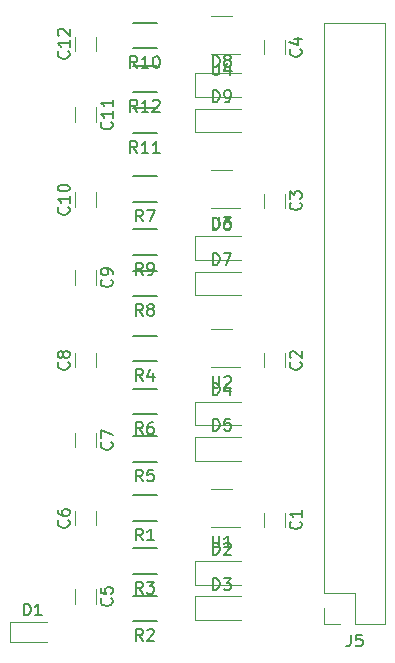
<source format=gbr>
G04 #@! TF.GenerationSoftware,KiCad,Pcbnew,5.0.2-bee76a0~70~ubuntu18.10.1*
G04 #@! TF.CreationDate,2019-03-01T08:09:35-06:00*
G04 #@! TF.ProjectId,PiKwonDoHAT,50694b77-6f6e-4446-9f48-41542e6b6963,rev?*
G04 #@! TF.SameCoordinates,PX6bc3e40PY4524320*
G04 #@! TF.FileFunction,Legend,Top*
G04 #@! TF.FilePolarity,Positive*
%FSLAX46Y46*%
G04 Gerber Fmt 4.6, Leading zero omitted, Abs format (unit mm)*
G04 Created by KiCad (PCBNEW 5.0.2-bee76a0~70~ubuntu18.10.1) date Fri 01 Mar 2019 08:09:35 AM CST*
%MOMM*%
%LPD*%
G01*
G04 APERTURE LIST*
%ADD10C,0.120000*%
%ADD11C,0.150000*%
G04 APERTURE END LIST*
D10*
G04 #@! TO.C,U3*
X-13600000Y-15890000D02*
X-15400000Y-15890000D01*
X-15400000Y-19110000D02*
X-12950000Y-19110000D01*
D11*
G04 #@! TO.C,R8*
X-22000000Y-24425000D02*
X-20000000Y-24425000D01*
X-20000000Y-26575000D02*
X-22000000Y-26575000D01*
D10*
G04 #@! TO.C,C10*
X-26910000Y-19002064D02*
X-26910000Y-17797936D01*
X-25090000Y-19002064D02*
X-25090000Y-17797936D01*
D11*
G04 #@! TO.C,R7*
X-22000000Y-16425000D02*
X-20000000Y-16425000D01*
X-20000000Y-18575000D02*
X-22000000Y-18575000D01*
D10*
G04 #@! TO.C,C9*
X-26910000Y-24397936D02*
X-26910000Y-25602064D01*
X-25090000Y-24397936D02*
X-25090000Y-25602064D01*
G04 #@! TO.C,D7*
X-16750000Y-24500000D02*
X-16750000Y-26500000D01*
X-16750000Y-26500000D02*
X-12850000Y-26500000D01*
X-16750000Y-24500000D02*
X-12850000Y-24500000D01*
G04 #@! TO.C,D6*
X-16750000Y-21500000D02*
X-12850000Y-21500000D01*
X-16750000Y-23500000D02*
X-12850000Y-23500000D01*
X-16750000Y-21500000D02*
X-16750000Y-23500000D01*
D11*
G04 #@! TO.C,R9*
X-22000000Y-20925000D02*
X-20000000Y-20925000D01*
X-20000000Y-23075000D02*
X-22000000Y-23075000D01*
D10*
G04 #@! TO.C,J5*
X-630000Y-54330000D02*
X-3230000Y-54330000D01*
X-630000Y-54330000D02*
X-630000Y-3410000D01*
X-630000Y-3410000D02*
X-5830000Y-3410000D01*
X-5830000Y-51730000D02*
X-5830000Y-3410000D01*
X-3230000Y-51730000D02*
X-5830000Y-51730000D01*
X-3230000Y-54330000D02*
X-3230000Y-51730000D01*
X-5830000Y-54330000D02*
X-5830000Y-53000000D01*
X-4500000Y-54330000D02*
X-5830000Y-54330000D01*
G04 #@! TO.C,D8*
X-16750000Y-7700000D02*
X-12850000Y-7700000D01*
X-16750000Y-9700000D02*
X-12850000Y-9700000D01*
X-16750000Y-7700000D02*
X-16750000Y-9700000D01*
G04 #@! TO.C,D2*
X-16750000Y-49000000D02*
X-12850000Y-49000000D01*
X-16750000Y-51000000D02*
X-12850000Y-51000000D01*
X-16750000Y-49000000D02*
X-16750000Y-51000000D01*
G04 #@! TO.C,D3*
X-16750000Y-52000000D02*
X-16750000Y-54000000D01*
X-16750000Y-54000000D02*
X-12850000Y-54000000D01*
X-16750000Y-52000000D02*
X-12850000Y-52000000D01*
G04 #@! TO.C,D4*
X-16750000Y-35500000D02*
X-12850000Y-35500000D01*
X-16750000Y-37500000D02*
X-12850000Y-37500000D01*
X-16750000Y-35500000D02*
X-16750000Y-37500000D01*
G04 #@! TO.C,D9*
X-16750000Y-10700000D02*
X-16750000Y-12700000D01*
X-16750000Y-12700000D02*
X-12850000Y-12700000D01*
X-16750000Y-10700000D02*
X-12850000Y-10700000D01*
G04 #@! TO.C,D5*
X-16750000Y-38500000D02*
X-16750000Y-40500000D01*
X-16750000Y-40500000D02*
X-12850000Y-40500000D01*
X-16750000Y-38500000D02*
X-12850000Y-38500000D01*
G04 #@! TO.C,C1*
X-10910000Y-44897936D02*
X-10910000Y-46102064D01*
X-9090000Y-44897936D02*
X-9090000Y-46102064D01*
G04 #@! TO.C,C2*
X-9090000Y-31397936D02*
X-9090000Y-32602064D01*
X-10910000Y-31397936D02*
X-10910000Y-32602064D01*
G04 #@! TO.C,C3*
X-10910000Y-17897936D02*
X-10910000Y-19102064D01*
X-9090000Y-17897936D02*
X-9090000Y-19102064D01*
G04 #@! TO.C,C4*
X-9090000Y-4897936D02*
X-9090000Y-6102064D01*
X-10910000Y-4897936D02*
X-10910000Y-6102064D01*
G04 #@! TO.C,C5*
X-26910000Y-51397936D02*
X-26910000Y-52602064D01*
X-25090000Y-51397936D02*
X-25090000Y-52602064D01*
G04 #@! TO.C,C6*
X-26910000Y-45981064D02*
X-26910000Y-44776936D01*
X-25090000Y-45981064D02*
X-25090000Y-44776936D01*
G04 #@! TO.C,C7*
X-26910000Y-38172936D02*
X-26910000Y-39377064D01*
X-25090000Y-38172936D02*
X-25090000Y-39377064D01*
G04 #@! TO.C,C8*
X-26910000Y-32602064D02*
X-26910000Y-31397936D01*
X-25090000Y-32602064D02*
X-25090000Y-31397936D01*
G04 #@! TO.C,C11*
X-26910000Y-10597936D02*
X-26910000Y-11802064D01*
X-25090000Y-10597936D02*
X-25090000Y-11802064D01*
G04 #@! TO.C,C12*
X-26910000Y-5802064D02*
X-26910000Y-4597936D01*
X-25090000Y-5802064D02*
X-25090000Y-4597936D01*
D11*
G04 #@! TO.C,R3*
X-22000000Y-47925000D02*
X-20000000Y-47925000D01*
X-20000000Y-50075000D02*
X-22000000Y-50075000D01*
G04 #@! TO.C,R6*
X-22000000Y-34425000D02*
X-20000000Y-34425000D01*
X-20000000Y-36575000D02*
X-22000000Y-36575000D01*
G04 #@! TO.C,R12*
X-22000000Y-7125000D02*
X-20000000Y-7125000D01*
X-20000000Y-9275000D02*
X-22000000Y-9275000D01*
G04 #@! TO.C,R2*
X-22000000Y-51925000D02*
X-20000000Y-51925000D01*
X-20000000Y-54075000D02*
X-22000000Y-54075000D01*
G04 #@! TO.C,R5*
X-22000000Y-38425000D02*
X-20000000Y-38425000D01*
X-20000000Y-40575000D02*
X-22000000Y-40575000D01*
G04 #@! TO.C,R11*
X-22000000Y-10625000D02*
X-20000000Y-10625000D01*
X-20000000Y-12775000D02*
X-22000000Y-12775000D01*
G04 #@! TO.C,R1*
X-22000000Y-43425000D02*
X-20000000Y-43425000D01*
X-20000000Y-45575000D02*
X-22000000Y-45575000D01*
G04 #@! TO.C,R4*
X-22000000Y-29925000D02*
X-20000000Y-29925000D01*
X-20000000Y-32075000D02*
X-22000000Y-32075000D01*
G04 #@! TO.C,R10*
X-22000000Y-3425000D02*
X-20000000Y-3425000D01*
X-20000000Y-5575000D02*
X-22000000Y-5575000D01*
D10*
G04 #@! TO.C,U1*
X-13600000Y-42890000D02*
X-15400000Y-42890000D01*
X-15400000Y-46110000D02*
X-12950000Y-46110000D01*
G04 #@! TO.C,U4*
X-13600000Y-2890000D02*
X-15400000Y-2890000D01*
X-15400000Y-6110000D02*
X-12950000Y-6110000D01*
G04 #@! TO.C,U2*
X-13600000Y-29390000D02*
X-15400000Y-29390000D01*
X-15400000Y-32610000D02*
X-12950000Y-32610000D01*
G04 #@! TO.C,D1*
X-32400000Y-54150000D02*
X-32400000Y-55850000D01*
X-32400000Y-55850000D02*
X-29250000Y-55850000D01*
X-32400000Y-54150000D02*
X-29250000Y-54150000D01*
G04 #@! TO.C,U3*
D11*
X-15261905Y-19852380D02*
X-15261905Y-20661904D01*
X-15214286Y-20757142D01*
X-15166667Y-20804761D01*
X-15071429Y-20852380D01*
X-14880953Y-20852380D01*
X-14785715Y-20804761D01*
X-14738096Y-20757142D01*
X-14690477Y-20661904D01*
X-14690477Y-19852380D01*
X-14309524Y-19852380D02*
X-13690477Y-19852380D01*
X-14023810Y-20233333D01*
X-13880953Y-20233333D01*
X-13785715Y-20280952D01*
X-13738096Y-20328571D01*
X-13690477Y-20423809D01*
X-13690477Y-20661904D01*
X-13738096Y-20757142D01*
X-13785715Y-20804761D01*
X-13880953Y-20852380D01*
X-14166667Y-20852380D01*
X-14261905Y-20804761D01*
X-14309524Y-20757142D01*
G04 #@! TO.C,R8*
X-21166667Y-28252380D02*
X-21500000Y-27776190D01*
X-21738096Y-28252380D02*
X-21738096Y-27252380D01*
X-21357143Y-27252380D01*
X-21261905Y-27300000D01*
X-21214286Y-27347619D01*
X-21166667Y-27442857D01*
X-21166667Y-27585714D01*
X-21214286Y-27680952D01*
X-21261905Y-27728571D01*
X-21357143Y-27776190D01*
X-21738096Y-27776190D01*
X-20595239Y-27680952D02*
X-20690477Y-27633333D01*
X-20738096Y-27585714D01*
X-20785715Y-27490476D01*
X-20785715Y-27442857D01*
X-20738096Y-27347619D01*
X-20690477Y-27300000D01*
X-20595239Y-27252380D01*
X-20404762Y-27252380D01*
X-20309524Y-27300000D01*
X-20261905Y-27347619D01*
X-20214286Y-27442857D01*
X-20214286Y-27490476D01*
X-20261905Y-27585714D01*
X-20309524Y-27633333D01*
X-20404762Y-27680952D01*
X-20595239Y-27680952D01*
X-20690477Y-27728571D01*
X-20738096Y-27776190D01*
X-20785715Y-27871428D01*
X-20785715Y-28061904D01*
X-20738096Y-28157142D01*
X-20690477Y-28204761D01*
X-20595239Y-28252380D01*
X-20404762Y-28252380D01*
X-20309524Y-28204761D01*
X-20261905Y-28157142D01*
X-20214286Y-28061904D01*
X-20214286Y-27871428D01*
X-20261905Y-27776190D01*
X-20309524Y-27728571D01*
X-20404762Y-27680952D01*
G04 #@! TO.C,C10*
X-27462858Y-19042857D02*
X-27415239Y-19090476D01*
X-27367620Y-19233333D01*
X-27367620Y-19328571D01*
X-27415239Y-19471428D01*
X-27510477Y-19566666D01*
X-27605715Y-19614285D01*
X-27796191Y-19661904D01*
X-27939048Y-19661904D01*
X-28129524Y-19614285D01*
X-28224762Y-19566666D01*
X-28320000Y-19471428D01*
X-28367620Y-19328571D01*
X-28367620Y-19233333D01*
X-28320000Y-19090476D01*
X-28272381Y-19042857D01*
X-27367620Y-18090476D02*
X-27367620Y-18661904D01*
X-27367620Y-18376190D02*
X-28367620Y-18376190D01*
X-28224762Y-18471428D01*
X-28129524Y-18566666D01*
X-28081905Y-18661904D01*
X-28367620Y-17471428D02*
X-28367620Y-17376190D01*
X-28320000Y-17280952D01*
X-28272381Y-17233333D01*
X-28177143Y-17185714D01*
X-27986667Y-17138095D01*
X-27748572Y-17138095D01*
X-27558096Y-17185714D01*
X-27462858Y-17233333D01*
X-27415239Y-17280952D01*
X-27367620Y-17376190D01*
X-27367620Y-17471428D01*
X-27415239Y-17566666D01*
X-27462858Y-17614285D01*
X-27558096Y-17661904D01*
X-27748572Y-17709523D01*
X-27986667Y-17709523D01*
X-28177143Y-17661904D01*
X-28272381Y-17614285D01*
X-28320000Y-17566666D01*
X-28367620Y-17471428D01*
G04 #@! TO.C,R7*
X-21166667Y-20252380D02*
X-21500000Y-19776190D01*
X-21738096Y-20252380D02*
X-21738096Y-19252380D01*
X-21357143Y-19252380D01*
X-21261905Y-19300000D01*
X-21214286Y-19347619D01*
X-21166667Y-19442857D01*
X-21166667Y-19585714D01*
X-21214286Y-19680952D01*
X-21261905Y-19728571D01*
X-21357143Y-19776190D01*
X-21738096Y-19776190D01*
X-20833334Y-19252380D02*
X-20166667Y-19252380D01*
X-20595239Y-20252380D01*
G04 #@! TO.C,C9*
X-23822858Y-25166666D02*
X-23775239Y-25214285D01*
X-23727620Y-25357142D01*
X-23727620Y-25452380D01*
X-23775239Y-25595238D01*
X-23870477Y-25690476D01*
X-23965715Y-25738095D01*
X-24156191Y-25785714D01*
X-24299048Y-25785714D01*
X-24489524Y-25738095D01*
X-24584762Y-25690476D01*
X-24680000Y-25595238D01*
X-24727620Y-25452380D01*
X-24727620Y-25357142D01*
X-24680000Y-25214285D01*
X-24632381Y-25166666D01*
X-23727620Y-24690476D02*
X-23727620Y-24500000D01*
X-23775239Y-24404761D01*
X-23822858Y-24357142D01*
X-23965715Y-24261904D01*
X-24156191Y-24214285D01*
X-24537143Y-24214285D01*
X-24632381Y-24261904D01*
X-24680000Y-24309523D01*
X-24727620Y-24404761D01*
X-24727620Y-24595238D01*
X-24680000Y-24690476D01*
X-24632381Y-24738095D01*
X-24537143Y-24785714D01*
X-24299048Y-24785714D01*
X-24203810Y-24738095D01*
X-24156191Y-24690476D01*
X-24108572Y-24595238D01*
X-24108572Y-24404761D01*
X-24156191Y-24309523D01*
X-24203810Y-24261904D01*
X-24299048Y-24214285D01*
G04 #@! TO.C,D7*
X-15238096Y-23952380D02*
X-15238096Y-22952380D01*
X-15000000Y-22952380D01*
X-14857143Y-23000000D01*
X-14761905Y-23095238D01*
X-14714286Y-23190476D01*
X-14666667Y-23380952D01*
X-14666667Y-23523809D01*
X-14714286Y-23714285D01*
X-14761905Y-23809523D01*
X-14857143Y-23904761D01*
X-15000000Y-23952380D01*
X-15238096Y-23952380D01*
X-14333334Y-22952380D02*
X-13666667Y-22952380D01*
X-14095239Y-23952380D01*
G04 #@! TO.C,D6*
X-15238096Y-20952380D02*
X-15238096Y-19952380D01*
X-15000000Y-19952380D01*
X-14857143Y-20000000D01*
X-14761905Y-20095238D01*
X-14714286Y-20190476D01*
X-14666667Y-20380952D01*
X-14666667Y-20523809D01*
X-14714286Y-20714285D01*
X-14761905Y-20809523D01*
X-14857143Y-20904761D01*
X-15000000Y-20952380D01*
X-15238096Y-20952380D01*
X-13809524Y-19952380D02*
X-14000000Y-19952380D01*
X-14095239Y-20000000D01*
X-14142858Y-20047619D01*
X-14238096Y-20190476D01*
X-14285715Y-20380952D01*
X-14285715Y-20761904D01*
X-14238096Y-20857142D01*
X-14190477Y-20904761D01*
X-14095239Y-20952380D01*
X-13904762Y-20952380D01*
X-13809524Y-20904761D01*
X-13761905Y-20857142D01*
X-13714286Y-20761904D01*
X-13714286Y-20523809D01*
X-13761905Y-20428571D01*
X-13809524Y-20380952D01*
X-13904762Y-20333333D01*
X-14095239Y-20333333D01*
X-14190477Y-20380952D01*
X-14238096Y-20428571D01*
X-14285715Y-20523809D01*
G04 #@! TO.C,R9*
X-21166667Y-24752380D02*
X-21500000Y-24276190D01*
X-21738096Y-24752380D02*
X-21738096Y-23752380D01*
X-21357143Y-23752380D01*
X-21261905Y-23800000D01*
X-21214286Y-23847619D01*
X-21166667Y-23942857D01*
X-21166667Y-24085714D01*
X-21214286Y-24180952D01*
X-21261905Y-24228571D01*
X-21357143Y-24276190D01*
X-21738096Y-24276190D01*
X-20690477Y-24752380D02*
X-20500000Y-24752380D01*
X-20404762Y-24704761D01*
X-20357143Y-24657142D01*
X-20261905Y-24514285D01*
X-20214286Y-24323809D01*
X-20214286Y-23942857D01*
X-20261905Y-23847619D01*
X-20309524Y-23800000D01*
X-20404762Y-23752380D01*
X-20595239Y-23752380D01*
X-20690477Y-23800000D01*
X-20738096Y-23847619D01*
X-20785715Y-23942857D01*
X-20785715Y-24180952D01*
X-20738096Y-24276190D01*
X-20690477Y-24323809D01*
X-20595239Y-24371428D01*
X-20404762Y-24371428D01*
X-20309524Y-24323809D01*
X-20261905Y-24276190D01*
X-20214286Y-24180952D01*
G04 #@! TO.C,J5*
X-3563334Y-55222380D02*
X-3563334Y-55936666D01*
X-3610953Y-56079523D01*
X-3706191Y-56174761D01*
X-3849048Y-56222380D01*
X-3944286Y-56222380D01*
X-2610953Y-55222380D02*
X-3087143Y-55222380D01*
X-3134762Y-55698571D01*
X-3087143Y-55650952D01*
X-2991905Y-55603333D01*
X-2753810Y-55603333D01*
X-2658572Y-55650952D01*
X-2610953Y-55698571D01*
X-2563334Y-55793809D01*
X-2563334Y-56031904D01*
X-2610953Y-56127142D01*
X-2658572Y-56174761D01*
X-2753810Y-56222380D01*
X-2991905Y-56222380D01*
X-3087143Y-56174761D01*
X-3134762Y-56127142D01*
G04 #@! TO.C,D8*
X-15238096Y-7152380D02*
X-15238096Y-6152380D01*
X-15000000Y-6152380D01*
X-14857143Y-6200000D01*
X-14761905Y-6295238D01*
X-14714286Y-6390476D01*
X-14666667Y-6580952D01*
X-14666667Y-6723809D01*
X-14714286Y-6914285D01*
X-14761905Y-7009523D01*
X-14857143Y-7104761D01*
X-15000000Y-7152380D01*
X-15238096Y-7152380D01*
X-14095239Y-6580952D02*
X-14190477Y-6533333D01*
X-14238096Y-6485714D01*
X-14285715Y-6390476D01*
X-14285715Y-6342857D01*
X-14238096Y-6247619D01*
X-14190477Y-6200000D01*
X-14095239Y-6152380D01*
X-13904762Y-6152380D01*
X-13809524Y-6200000D01*
X-13761905Y-6247619D01*
X-13714286Y-6342857D01*
X-13714286Y-6390476D01*
X-13761905Y-6485714D01*
X-13809524Y-6533333D01*
X-13904762Y-6580952D01*
X-14095239Y-6580952D01*
X-14190477Y-6628571D01*
X-14238096Y-6676190D01*
X-14285715Y-6771428D01*
X-14285715Y-6961904D01*
X-14238096Y-7057142D01*
X-14190477Y-7104761D01*
X-14095239Y-7152380D01*
X-13904762Y-7152380D01*
X-13809524Y-7104761D01*
X-13761905Y-7057142D01*
X-13714286Y-6961904D01*
X-13714286Y-6771428D01*
X-13761905Y-6676190D01*
X-13809524Y-6628571D01*
X-13904762Y-6580952D01*
G04 #@! TO.C,D2*
X-15238096Y-48452380D02*
X-15238096Y-47452380D01*
X-15000000Y-47452380D01*
X-14857143Y-47500000D01*
X-14761905Y-47595238D01*
X-14714286Y-47690476D01*
X-14666667Y-47880952D01*
X-14666667Y-48023809D01*
X-14714286Y-48214285D01*
X-14761905Y-48309523D01*
X-14857143Y-48404761D01*
X-15000000Y-48452380D01*
X-15238096Y-48452380D01*
X-14285715Y-47547619D02*
X-14238096Y-47500000D01*
X-14142858Y-47452380D01*
X-13904762Y-47452380D01*
X-13809524Y-47500000D01*
X-13761905Y-47547619D01*
X-13714286Y-47642857D01*
X-13714286Y-47738095D01*
X-13761905Y-47880952D01*
X-14333334Y-48452380D01*
X-13714286Y-48452380D01*
G04 #@! TO.C,D3*
X-15238096Y-51452380D02*
X-15238096Y-50452380D01*
X-15000000Y-50452380D01*
X-14857143Y-50500000D01*
X-14761905Y-50595238D01*
X-14714286Y-50690476D01*
X-14666667Y-50880952D01*
X-14666667Y-51023809D01*
X-14714286Y-51214285D01*
X-14761905Y-51309523D01*
X-14857143Y-51404761D01*
X-15000000Y-51452380D01*
X-15238096Y-51452380D01*
X-14333334Y-50452380D02*
X-13714286Y-50452380D01*
X-14047620Y-50833333D01*
X-13904762Y-50833333D01*
X-13809524Y-50880952D01*
X-13761905Y-50928571D01*
X-13714286Y-51023809D01*
X-13714286Y-51261904D01*
X-13761905Y-51357142D01*
X-13809524Y-51404761D01*
X-13904762Y-51452380D01*
X-14190477Y-51452380D01*
X-14285715Y-51404761D01*
X-14333334Y-51357142D01*
G04 #@! TO.C,D4*
X-15238096Y-34952380D02*
X-15238096Y-33952380D01*
X-15000000Y-33952380D01*
X-14857143Y-34000000D01*
X-14761905Y-34095238D01*
X-14714286Y-34190476D01*
X-14666667Y-34380952D01*
X-14666667Y-34523809D01*
X-14714286Y-34714285D01*
X-14761905Y-34809523D01*
X-14857143Y-34904761D01*
X-15000000Y-34952380D01*
X-15238096Y-34952380D01*
X-13809524Y-34285714D02*
X-13809524Y-34952380D01*
X-14047620Y-33904761D02*
X-14285715Y-34619047D01*
X-13666667Y-34619047D01*
G04 #@! TO.C,D9*
X-15238096Y-10152380D02*
X-15238096Y-9152380D01*
X-15000000Y-9152380D01*
X-14857143Y-9200000D01*
X-14761905Y-9295238D01*
X-14714286Y-9390476D01*
X-14666667Y-9580952D01*
X-14666667Y-9723809D01*
X-14714286Y-9914285D01*
X-14761905Y-10009523D01*
X-14857143Y-10104761D01*
X-15000000Y-10152380D01*
X-15238096Y-10152380D01*
X-14190477Y-10152380D02*
X-14000000Y-10152380D01*
X-13904762Y-10104761D01*
X-13857143Y-10057142D01*
X-13761905Y-9914285D01*
X-13714286Y-9723809D01*
X-13714286Y-9342857D01*
X-13761905Y-9247619D01*
X-13809524Y-9200000D01*
X-13904762Y-9152380D01*
X-14095239Y-9152380D01*
X-14190477Y-9200000D01*
X-14238096Y-9247619D01*
X-14285715Y-9342857D01*
X-14285715Y-9580952D01*
X-14238096Y-9676190D01*
X-14190477Y-9723809D01*
X-14095239Y-9771428D01*
X-13904762Y-9771428D01*
X-13809524Y-9723809D01*
X-13761905Y-9676190D01*
X-13714286Y-9580952D01*
G04 #@! TO.C,D5*
X-15238096Y-37952380D02*
X-15238096Y-36952380D01*
X-15000000Y-36952380D01*
X-14857143Y-37000000D01*
X-14761905Y-37095238D01*
X-14714286Y-37190476D01*
X-14666667Y-37380952D01*
X-14666667Y-37523809D01*
X-14714286Y-37714285D01*
X-14761905Y-37809523D01*
X-14857143Y-37904761D01*
X-15000000Y-37952380D01*
X-15238096Y-37952380D01*
X-13761905Y-36952380D02*
X-14238096Y-36952380D01*
X-14285715Y-37428571D01*
X-14238096Y-37380952D01*
X-14142858Y-37333333D01*
X-13904762Y-37333333D01*
X-13809524Y-37380952D01*
X-13761905Y-37428571D01*
X-13714286Y-37523809D01*
X-13714286Y-37761904D01*
X-13761905Y-37857142D01*
X-13809524Y-37904761D01*
X-13904762Y-37952380D01*
X-14142858Y-37952380D01*
X-14238096Y-37904761D01*
X-14285715Y-37857142D01*
G04 #@! TO.C,C1*
X-7822858Y-45666666D02*
X-7775239Y-45714285D01*
X-7727620Y-45857142D01*
X-7727620Y-45952380D01*
X-7775239Y-46095238D01*
X-7870477Y-46190476D01*
X-7965715Y-46238095D01*
X-8156191Y-46285714D01*
X-8299048Y-46285714D01*
X-8489524Y-46238095D01*
X-8584762Y-46190476D01*
X-8680000Y-46095238D01*
X-8727620Y-45952380D01*
X-8727620Y-45857142D01*
X-8680000Y-45714285D01*
X-8632381Y-45666666D01*
X-7727620Y-44714285D02*
X-7727620Y-45285714D01*
X-7727620Y-45000000D02*
X-8727620Y-45000000D01*
X-8584762Y-45095238D01*
X-8489524Y-45190476D01*
X-8441905Y-45285714D01*
G04 #@! TO.C,C2*
X-7822858Y-32166666D02*
X-7775239Y-32214285D01*
X-7727620Y-32357142D01*
X-7727620Y-32452380D01*
X-7775239Y-32595238D01*
X-7870477Y-32690476D01*
X-7965715Y-32738095D01*
X-8156191Y-32785714D01*
X-8299048Y-32785714D01*
X-8489524Y-32738095D01*
X-8584762Y-32690476D01*
X-8680000Y-32595238D01*
X-8727620Y-32452380D01*
X-8727620Y-32357142D01*
X-8680000Y-32214285D01*
X-8632381Y-32166666D01*
X-8632381Y-31785714D02*
X-8680000Y-31738095D01*
X-8727620Y-31642857D01*
X-8727620Y-31404761D01*
X-8680000Y-31309523D01*
X-8632381Y-31261904D01*
X-8537143Y-31214285D01*
X-8441905Y-31214285D01*
X-8299048Y-31261904D01*
X-7727620Y-31833333D01*
X-7727620Y-31214285D01*
G04 #@! TO.C,C3*
X-7822858Y-18666666D02*
X-7775239Y-18714285D01*
X-7727620Y-18857142D01*
X-7727620Y-18952380D01*
X-7775239Y-19095238D01*
X-7870477Y-19190476D01*
X-7965715Y-19238095D01*
X-8156191Y-19285714D01*
X-8299048Y-19285714D01*
X-8489524Y-19238095D01*
X-8584762Y-19190476D01*
X-8680000Y-19095238D01*
X-8727620Y-18952380D01*
X-8727620Y-18857142D01*
X-8680000Y-18714285D01*
X-8632381Y-18666666D01*
X-8727620Y-18333333D02*
X-8727620Y-17714285D01*
X-8346667Y-18047619D01*
X-8346667Y-17904761D01*
X-8299048Y-17809523D01*
X-8251429Y-17761904D01*
X-8156191Y-17714285D01*
X-7918096Y-17714285D01*
X-7822858Y-17761904D01*
X-7775239Y-17809523D01*
X-7727620Y-17904761D01*
X-7727620Y-18190476D01*
X-7775239Y-18285714D01*
X-7822858Y-18333333D01*
G04 #@! TO.C,C4*
X-7822858Y-5666666D02*
X-7775239Y-5714285D01*
X-7727620Y-5857142D01*
X-7727620Y-5952380D01*
X-7775239Y-6095238D01*
X-7870477Y-6190476D01*
X-7965715Y-6238095D01*
X-8156191Y-6285714D01*
X-8299048Y-6285714D01*
X-8489524Y-6238095D01*
X-8584762Y-6190476D01*
X-8680000Y-6095238D01*
X-8727620Y-5952380D01*
X-8727620Y-5857142D01*
X-8680000Y-5714285D01*
X-8632381Y-5666666D01*
X-8394286Y-4809523D02*
X-7727620Y-4809523D01*
X-8775239Y-5047619D02*
X-8060953Y-5285714D01*
X-8060953Y-4666666D01*
G04 #@! TO.C,C5*
X-23822858Y-52166666D02*
X-23775239Y-52214285D01*
X-23727620Y-52357142D01*
X-23727620Y-52452380D01*
X-23775239Y-52595238D01*
X-23870477Y-52690476D01*
X-23965715Y-52738095D01*
X-24156191Y-52785714D01*
X-24299048Y-52785714D01*
X-24489524Y-52738095D01*
X-24584762Y-52690476D01*
X-24680000Y-52595238D01*
X-24727620Y-52452380D01*
X-24727620Y-52357142D01*
X-24680000Y-52214285D01*
X-24632381Y-52166666D01*
X-24727620Y-51261904D02*
X-24727620Y-51738095D01*
X-24251429Y-51785714D01*
X-24299048Y-51738095D01*
X-24346667Y-51642857D01*
X-24346667Y-51404761D01*
X-24299048Y-51309523D01*
X-24251429Y-51261904D01*
X-24156191Y-51214285D01*
X-23918096Y-51214285D01*
X-23822858Y-51261904D01*
X-23775239Y-51309523D01*
X-23727620Y-51404761D01*
X-23727620Y-51642857D01*
X-23775239Y-51738095D01*
X-23822858Y-51785714D01*
G04 #@! TO.C,C6*
X-27462858Y-45545666D02*
X-27415239Y-45593285D01*
X-27367620Y-45736142D01*
X-27367620Y-45831380D01*
X-27415239Y-45974238D01*
X-27510477Y-46069476D01*
X-27605715Y-46117095D01*
X-27796191Y-46164714D01*
X-27939048Y-46164714D01*
X-28129524Y-46117095D01*
X-28224762Y-46069476D01*
X-28320000Y-45974238D01*
X-28367620Y-45831380D01*
X-28367620Y-45736142D01*
X-28320000Y-45593285D01*
X-28272381Y-45545666D01*
X-28367620Y-44688523D02*
X-28367620Y-44879000D01*
X-28320000Y-44974238D01*
X-28272381Y-45021857D01*
X-28129524Y-45117095D01*
X-27939048Y-45164714D01*
X-27558096Y-45164714D01*
X-27462858Y-45117095D01*
X-27415239Y-45069476D01*
X-27367620Y-44974238D01*
X-27367620Y-44783761D01*
X-27415239Y-44688523D01*
X-27462858Y-44640904D01*
X-27558096Y-44593285D01*
X-27796191Y-44593285D01*
X-27891429Y-44640904D01*
X-27939048Y-44688523D01*
X-27986667Y-44783761D01*
X-27986667Y-44974238D01*
X-27939048Y-45069476D01*
X-27891429Y-45117095D01*
X-27796191Y-45164714D01*
G04 #@! TO.C,C7*
X-23822858Y-38941666D02*
X-23775239Y-38989285D01*
X-23727620Y-39132142D01*
X-23727620Y-39227380D01*
X-23775239Y-39370238D01*
X-23870477Y-39465476D01*
X-23965715Y-39513095D01*
X-24156191Y-39560714D01*
X-24299048Y-39560714D01*
X-24489524Y-39513095D01*
X-24584762Y-39465476D01*
X-24680000Y-39370238D01*
X-24727620Y-39227380D01*
X-24727620Y-39132142D01*
X-24680000Y-38989285D01*
X-24632381Y-38941666D01*
X-24727620Y-38608333D02*
X-24727620Y-37941666D01*
X-23727620Y-38370238D01*
G04 #@! TO.C,C8*
X-27462858Y-32166666D02*
X-27415239Y-32214285D01*
X-27367620Y-32357142D01*
X-27367620Y-32452380D01*
X-27415239Y-32595238D01*
X-27510477Y-32690476D01*
X-27605715Y-32738095D01*
X-27796191Y-32785714D01*
X-27939048Y-32785714D01*
X-28129524Y-32738095D01*
X-28224762Y-32690476D01*
X-28320000Y-32595238D01*
X-28367620Y-32452380D01*
X-28367620Y-32357142D01*
X-28320000Y-32214285D01*
X-28272381Y-32166666D01*
X-27939048Y-31595238D02*
X-27986667Y-31690476D01*
X-28034286Y-31738095D01*
X-28129524Y-31785714D01*
X-28177143Y-31785714D01*
X-28272381Y-31738095D01*
X-28320000Y-31690476D01*
X-28367620Y-31595238D01*
X-28367620Y-31404761D01*
X-28320000Y-31309523D01*
X-28272381Y-31261904D01*
X-28177143Y-31214285D01*
X-28129524Y-31214285D01*
X-28034286Y-31261904D01*
X-27986667Y-31309523D01*
X-27939048Y-31404761D01*
X-27939048Y-31595238D01*
X-27891429Y-31690476D01*
X-27843810Y-31738095D01*
X-27748572Y-31785714D01*
X-27558096Y-31785714D01*
X-27462858Y-31738095D01*
X-27415239Y-31690476D01*
X-27367620Y-31595238D01*
X-27367620Y-31404761D01*
X-27415239Y-31309523D01*
X-27462858Y-31261904D01*
X-27558096Y-31214285D01*
X-27748572Y-31214285D01*
X-27843810Y-31261904D01*
X-27891429Y-31309523D01*
X-27939048Y-31404761D01*
G04 #@! TO.C,C11*
X-23822858Y-11842857D02*
X-23775239Y-11890476D01*
X-23727620Y-12033333D01*
X-23727620Y-12128571D01*
X-23775239Y-12271428D01*
X-23870477Y-12366666D01*
X-23965715Y-12414285D01*
X-24156191Y-12461904D01*
X-24299048Y-12461904D01*
X-24489524Y-12414285D01*
X-24584762Y-12366666D01*
X-24680000Y-12271428D01*
X-24727620Y-12128571D01*
X-24727620Y-12033333D01*
X-24680000Y-11890476D01*
X-24632381Y-11842857D01*
X-23727620Y-10890476D02*
X-23727620Y-11461904D01*
X-23727620Y-11176190D02*
X-24727620Y-11176190D01*
X-24584762Y-11271428D01*
X-24489524Y-11366666D01*
X-24441905Y-11461904D01*
X-23727620Y-9938095D02*
X-23727620Y-10509523D01*
X-23727620Y-10223809D02*
X-24727620Y-10223809D01*
X-24584762Y-10319047D01*
X-24489524Y-10414285D01*
X-24441905Y-10509523D01*
G04 #@! TO.C,C12*
X-27462858Y-5842857D02*
X-27415239Y-5890476D01*
X-27367620Y-6033333D01*
X-27367620Y-6128571D01*
X-27415239Y-6271428D01*
X-27510477Y-6366666D01*
X-27605715Y-6414285D01*
X-27796191Y-6461904D01*
X-27939048Y-6461904D01*
X-28129524Y-6414285D01*
X-28224762Y-6366666D01*
X-28320000Y-6271428D01*
X-28367620Y-6128571D01*
X-28367620Y-6033333D01*
X-28320000Y-5890476D01*
X-28272381Y-5842857D01*
X-27367620Y-4890476D02*
X-27367620Y-5461904D01*
X-27367620Y-5176190D02*
X-28367620Y-5176190D01*
X-28224762Y-5271428D01*
X-28129524Y-5366666D01*
X-28081905Y-5461904D01*
X-28272381Y-4509523D02*
X-28320000Y-4461904D01*
X-28367620Y-4366666D01*
X-28367620Y-4128571D01*
X-28320000Y-4033333D01*
X-28272381Y-3985714D01*
X-28177143Y-3938095D01*
X-28081905Y-3938095D01*
X-27939048Y-3985714D01*
X-27367620Y-4557142D01*
X-27367620Y-3938095D01*
G04 #@! TO.C,R3*
X-21166667Y-51752380D02*
X-21500000Y-51276190D01*
X-21738096Y-51752380D02*
X-21738096Y-50752380D01*
X-21357143Y-50752380D01*
X-21261905Y-50800000D01*
X-21214286Y-50847619D01*
X-21166667Y-50942857D01*
X-21166667Y-51085714D01*
X-21214286Y-51180952D01*
X-21261905Y-51228571D01*
X-21357143Y-51276190D01*
X-21738096Y-51276190D01*
X-20833334Y-50752380D02*
X-20214286Y-50752380D01*
X-20547620Y-51133333D01*
X-20404762Y-51133333D01*
X-20309524Y-51180952D01*
X-20261905Y-51228571D01*
X-20214286Y-51323809D01*
X-20214286Y-51561904D01*
X-20261905Y-51657142D01*
X-20309524Y-51704761D01*
X-20404762Y-51752380D01*
X-20690477Y-51752380D01*
X-20785715Y-51704761D01*
X-20833334Y-51657142D01*
G04 #@! TO.C,R6*
X-21166667Y-38252380D02*
X-21500000Y-37776190D01*
X-21738096Y-38252380D02*
X-21738096Y-37252380D01*
X-21357143Y-37252380D01*
X-21261905Y-37300000D01*
X-21214286Y-37347619D01*
X-21166667Y-37442857D01*
X-21166667Y-37585714D01*
X-21214286Y-37680952D01*
X-21261905Y-37728571D01*
X-21357143Y-37776190D01*
X-21738096Y-37776190D01*
X-20309524Y-37252380D02*
X-20500000Y-37252380D01*
X-20595239Y-37300000D01*
X-20642858Y-37347619D01*
X-20738096Y-37490476D01*
X-20785715Y-37680952D01*
X-20785715Y-38061904D01*
X-20738096Y-38157142D01*
X-20690477Y-38204761D01*
X-20595239Y-38252380D01*
X-20404762Y-38252380D01*
X-20309524Y-38204761D01*
X-20261905Y-38157142D01*
X-20214286Y-38061904D01*
X-20214286Y-37823809D01*
X-20261905Y-37728571D01*
X-20309524Y-37680952D01*
X-20404762Y-37633333D01*
X-20595239Y-37633333D01*
X-20690477Y-37680952D01*
X-20738096Y-37728571D01*
X-20785715Y-37823809D01*
G04 #@! TO.C,R12*
X-21642858Y-10952380D02*
X-21976191Y-10476190D01*
X-22214286Y-10952380D02*
X-22214286Y-9952380D01*
X-21833334Y-9952380D01*
X-21738096Y-10000000D01*
X-21690477Y-10047619D01*
X-21642858Y-10142857D01*
X-21642858Y-10285714D01*
X-21690477Y-10380952D01*
X-21738096Y-10428571D01*
X-21833334Y-10476190D01*
X-22214286Y-10476190D01*
X-20690477Y-10952380D02*
X-21261905Y-10952380D01*
X-20976191Y-10952380D02*
X-20976191Y-9952380D01*
X-21071429Y-10095238D01*
X-21166667Y-10190476D01*
X-21261905Y-10238095D01*
X-20309524Y-10047619D02*
X-20261905Y-10000000D01*
X-20166667Y-9952380D01*
X-19928572Y-9952380D01*
X-19833334Y-10000000D01*
X-19785715Y-10047619D01*
X-19738096Y-10142857D01*
X-19738096Y-10238095D01*
X-19785715Y-10380952D01*
X-20357143Y-10952380D01*
X-19738096Y-10952380D01*
G04 #@! TO.C,R2*
X-21166667Y-55752380D02*
X-21500000Y-55276190D01*
X-21738096Y-55752380D02*
X-21738096Y-54752380D01*
X-21357143Y-54752380D01*
X-21261905Y-54800000D01*
X-21214286Y-54847619D01*
X-21166667Y-54942857D01*
X-21166667Y-55085714D01*
X-21214286Y-55180952D01*
X-21261905Y-55228571D01*
X-21357143Y-55276190D01*
X-21738096Y-55276190D01*
X-20785715Y-54847619D02*
X-20738096Y-54800000D01*
X-20642858Y-54752380D01*
X-20404762Y-54752380D01*
X-20309524Y-54800000D01*
X-20261905Y-54847619D01*
X-20214286Y-54942857D01*
X-20214286Y-55038095D01*
X-20261905Y-55180952D01*
X-20833334Y-55752380D01*
X-20214286Y-55752380D01*
G04 #@! TO.C,R5*
X-21166667Y-42252380D02*
X-21500000Y-41776190D01*
X-21738096Y-42252380D02*
X-21738096Y-41252380D01*
X-21357143Y-41252380D01*
X-21261905Y-41300000D01*
X-21214286Y-41347619D01*
X-21166667Y-41442857D01*
X-21166667Y-41585714D01*
X-21214286Y-41680952D01*
X-21261905Y-41728571D01*
X-21357143Y-41776190D01*
X-21738096Y-41776190D01*
X-20261905Y-41252380D02*
X-20738096Y-41252380D01*
X-20785715Y-41728571D01*
X-20738096Y-41680952D01*
X-20642858Y-41633333D01*
X-20404762Y-41633333D01*
X-20309524Y-41680952D01*
X-20261905Y-41728571D01*
X-20214286Y-41823809D01*
X-20214286Y-42061904D01*
X-20261905Y-42157142D01*
X-20309524Y-42204761D01*
X-20404762Y-42252380D01*
X-20642858Y-42252380D01*
X-20738096Y-42204761D01*
X-20785715Y-42157142D01*
G04 #@! TO.C,R11*
X-21642858Y-14452380D02*
X-21976191Y-13976190D01*
X-22214286Y-14452380D02*
X-22214286Y-13452380D01*
X-21833334Y-13452380D01*
X-21738096Y-13500000D01*
X-21690477Y-13547619D01*
X-21642858Y-13642857D01*
X-21642858Y-13785714D01*
X-21690477Y-13880952D01*
X-21738096Y-13928571D01*
X-21833334Y-13976190D01*
X-22214286Y-13976190D01*
X-20690477Y-14452380D02*
X-21261905Y-14452380D01*
X-20976191Y-14452380D02*
X-20976191Y-13452380D01*
X-21071429Y-13595238D01*
X-21166667Y-13690476D01*
X-21261905Y-13738095D01*
X-19738096Y-14452380D02*
X-20309524Y-14452380D01*
X-20023810Y-14452380D02*
X-20023810Y-13452380D01*
X-20119048Y-13595238D01*
X-20214286Y-13690476D01*
X-20309524Y-13738095D01*
G04 #@! TO.C,R1*
X-21166667Y-47252380D02*
X-21500000Y-46776190D01*
X-21738096Y-47252380D02*
X-21738096Y-46252380D01*
X-21357143Y-46252380D01*
X-21261905Y-46300000D01*
X-21214286Y-46347619D01*
X-21166667Y-46442857D01*
X-21166667Y-46585714D01*
X-21214286Y-46680952D01*
X-21261905Y-46728571D01*
X-21357143Y-46776190D01*
X-21738096Y-46776190D01*
X-20214286Y-47252380D02*
X-20785715Y-47252380D01*
X-20500000Y-47252380D02*
X-20500000Y-46252380D01*
X-20595239Y-46395238D01*
X-20690477Y-46490476D01*
X-20785715Y-46538095D01*
G04 #@! TO.C,R4*
X-21166667Y-33752380D02*
X-21500000Y-33276190D01*
X-21738096Y-33752380D02*
X-21738096Y-32752380D01*
X-21357143Y-32752380D01*
X-21261905Y-32800000D01*
X-21214286Y-32847619D01*
X-21166667Y-32942857D01*
X-21166667Y-33085714D01*
X-21214286Y-33180952D01*
X-21261905Y-33228571D01*
X-21357143Y-33276190D01*
X-21738096Y-33276190D01*
X-20309524Y-33085714D02*
X-20309524Y-33752380D01*
X-20547620Y-32704761D02*
X-20785715Y-33419047D01*
X-20166667Y-33419047D01*
G04 #@! TO.C,R10*
X-21642858Y-7252380D02*
X-21976191Y-6776190D01*
X-22214286Y-7252380D02*
X-22214286Y-6252380D01*
X-21833334Y-6252380D01*
X-21738096Y-6300000D01*
X-21690477Y-6347619D01*
X-21642858Y-6442857D01*
X-21642858Y-6585714D01*
X-21690477Y-6680952D01*
X-21738096Y-6728571D01*
X-21833334Y-6776190D01*
X-22214286Y-6776190D01*
X-20690477Y-7252380D02*
X-21261905Y-7252380D01*
X-20976191Y-7252380D02*
X-20976191Y-6252380D01*
X-21071429Y-6395238D01*
X-21166667Y-6490476D01*
X-21261905Y-6538095D01*
X-20071429Y-6252380D02*
X-19976191Y-6252380D01*
X-19880953Y-6300000D01*
X-19833334Y-6347619D01*
X-19785715Y-6442857D01*
X-19738096Y-6633333D01*
X-19738096Y-6871428D01*
X-19785715Y-7061904D01*
X-19833334Y-7157142D01*
X-19880953Y-7204761D01*
X-19976191Y-7252380D01*
X-20071429Y-7252380D01*
X-20166667Y-7204761D01*
X-20214286Y-7157142D01*
X-20261905Y-7061904D01*
X-20309524Y-6871428D01*
X-20309524Y-6633333D01*
X-20261905Y-6442857D01*
X-20214286Y-6347619D01*
X-20166667Y-6300000D01*
X-20071429Y-6252380D01*
G04 #@! TO.C,U1*
X-15261905Y-46852380D02*
X-15261905Y-47661904D01*
X-15214286Y-47757142D01*
X-15166667Y-47804761D01*
X-15071429Y-47852380D01*
X-14880953Y-47852380D01*
X-14785715Y-47804761D01*
X-14738096Y-47757142D01*
X-14690477Y-47661904D01*
X-14690477Y-46852380D01*
X-13690477Y-47852380D02*
X-14261905Y-47852380D01*
X-13976191Y-47852380D02*
X-13976191Y-46852380D01*
X-14071429Y-46995238D01*
X-14166667Y-47090476D01*
X-14261905Y-47138095D01*
G04 #@! TO.C,U4*
X-15261905Y-6852380D02*
X-15261905Y-7661904D01*
X-15214286Y-7757142D01*
X-15166667Y-7804761D01*
X-15071429Y-7852380D01*
X-14880953Y-7852380D01*
X-14785715Y-7804761D01*
X-14738096Y-7757142D01*
X-14690477Y-7661904D01*
X-14690477Y-6852380D01*
X-13785715Y-7185714D02*
X-13785715Y-7852380D01*
X-14023810Y-6804761D02*
X-14261905Y-7519047D01*
X-13642858Y-7519047D01*
G04 #@! TO.C,U2*
X-15261905Y-33352380D02*
X-15261905Y-34161904D01*
X-15214286Y-34257142D01*
X-15166667Y-34304761D01*
X-15071429Y-34352380D01*
X-14880953Y-34352380D01*
X-14785715Y-34304761D01*
X-14738096Y-34257142D01*
X-14690477Y-34161904D01*
X-14690477Y-33352380D01*
X-14261905Y-33447619D02*
X-14214286Y-33400000D01*
X-14119048Y-33352380D01*
X-13880953Y-33352380D01*
X-13785715Y-33400000D01*
X-13738096Y-33447619D01*
X-13690477Y-33542857D01*
X-13690477Y-33638095D01*
X-13738096Y-33780952D01*
X-14309524Y-34352380D01*
X-13690477Y-34352380D01*
G04 #@! TO.C,D1*
X-31238096Y-53602380D02*
X-31238096Y-52602380D01*
X-31000000Y-52602380D01*
X-30857143Y-52650000D01*
X-30761905Y-52745238D01*
X-30714286Y-52840476D01*
X-30666667Y-53030952D01*
X-30666667Y-53173809D01*
X-30714286Y-53364285D01*
X-30761905Y-53459523D01*
X-30857143Y-53554761D01*
X-31000000Y-53602380D01*
X-31238096Y-53602380D01*
X-29714286Y-53602380D02*
X-30285715Y-53602380D01*
X-30000000Y-53602380D02*
X-30000000Y-52602380D01*
X-30095239Y-52745238D01*
X-30190477Y-52840476D01*
X-30285715Y-52888095D01*
G04 #@! TD*
M02*

</source>
